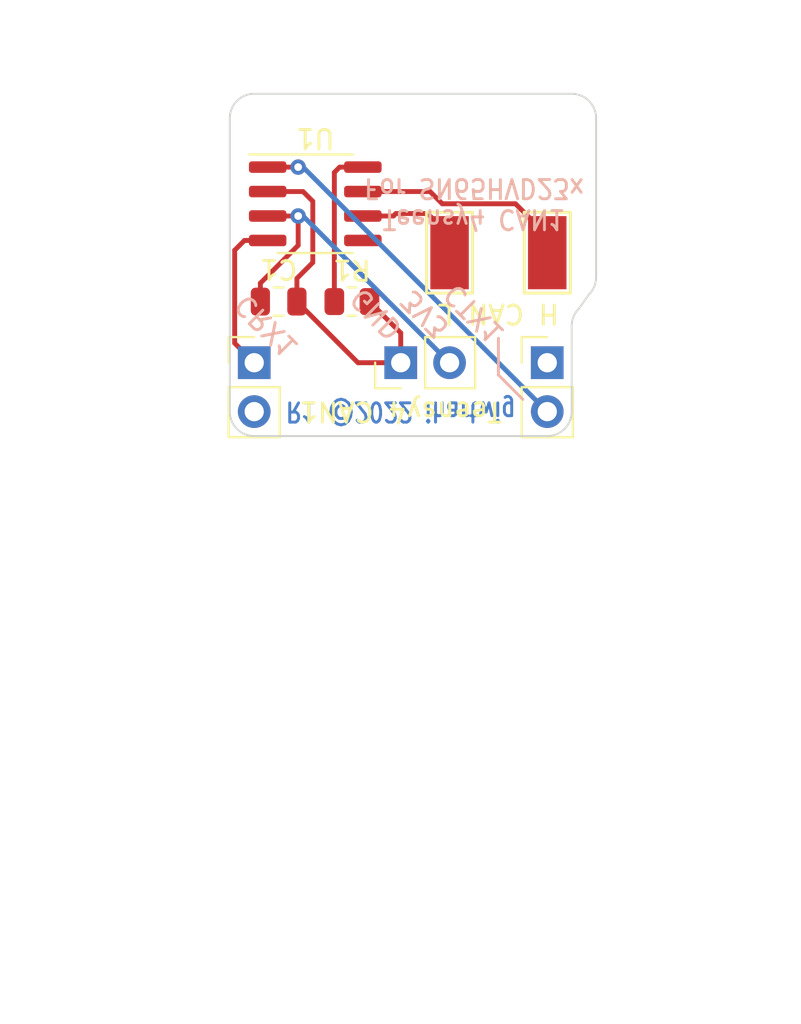
<source format=kicad_pcb>
(kicad_pcb (version 20211014) (generator pcbnew)
  (layers (0 "F.Cu" signal) (31 "B.Cu" signal) (34 "B.Paste" user) (35 "F.Paste" user) (36 "B.SilkS" user "B.Silkscreen") (37 "F.SilkS" user "F.Silkscreen") (38 "B.Mask" user) (39 "F.Mask" user) (44 "Edge.Cuts" user))
  (net 0 "")
  (footprint "Capacitor_SMD:C_0805_2012Metric" (layer "F.Cu") (at 147.32 73.025)
    (fp_text reference "C1" (at 0 -1.68 180 unlocked) (layer "F.SilkS"))
    (fp_text value "C_0805_2012Metric")
    (fp_line (start -0.261252 0.735) (end 0.261252 0.735) (layer "F.SilkS") (width 0.12))
    (fp_line (start -0.261252 -0.735) (end 0.261252 -0.735) (layer "F.SilkS") (width 0.12))
    (pad "1" smd roundrect (at -0.95 0) (size 1 1.45) (layers "F.Cu" "F.Paste" "F.Mask"))
    (pad "2" smd roundrect (at 0.95 0) (size 1 1.45) (layers "F.Cu" "F.Paste" "F.Mask"))
  )
  (footprint "MountingHole:MountingHole_2.2mm_M2" (layer "F.Cu") (at 158.75 64.135)
    (fp_text reference "REF**" hide)
    (fp_text value "MountingHole_2.2mm_M2")
    (pad "" np_thru_hole circle (at 0 0) (size 2.2 2.2) (drill 2.2) (layers *.Cu *.Mask))
  )
  (footprint "TestPoint:TestPoint_Keystone_5019_Minature" (layer "F.Cu") (at 161.29 70.485 90)
    (fp_text reference "REF**" hide)
    (fp_text value "TestPoint_Keystone_5019_Minature")
    (fp_line (start -2.1 -1.2) (end 2.1 -1.2) (layer "F.SilkS") (width 0.15))
    (fp_line (start 2.1 -1.2) (end 2.1 1.2) (layer "F.SilkS") (width 0.15))
    (fp_line (start -2.1 1.2) (end -2.1 -1.2) (layer "F.SilkS") (width 0.15))
    (fp_line (start 2.1 1.2) (end -2.1 1.2) (layer "F.SilkS") (width 0.15))
    (pad "1" smd rect (at 0 0 90) (size 3.8 2) (layers "F.Cu" "F.Paste" "F.Mask"))
  )
  (footprint "Connector_PinHeader_2.54mm:PinHeader_1x02_P2.54mm_Vertical" (layer "F.Cu") (at 161.29 76.2)
    (fp_text reference "REF**" hide)
    (fp_text value "PinHeader_1x02_P2.54mm_Vertical")
    (fp_line (start -1.33 -1.33) (end 0 -1.33) (layer "F.SilkS") (width 0.12))
    (fp_line (start -1.33 1.27) (end 1.33 1.27) (layer "F.SilkS") (width 0.12))
    (fp_line (start -1.33 0) (end -1.33 -1.33) (layer "F.SilkS") (width 0.12))
    (fp_line (start 1.33 1.27) (end 1.33 3.87) (layer "F.SilkS") (width 0.12))
    (fp_line (start -1.33 1.27) (end -1.33 3.87) (layer "F.SilkS") (width 0.12))
    (fp_line (start -1.33 3.87) (end 1.33 3.87) (layer "F.SilkS") (width 0.12))
    (pad "1" thru_hole rect (at 0 0) (size 1.7 1.7) (drill 1) (layers *.Cu *.Mask))
    (pad "2" thru_hole oval (at 0 2.54) (size 1.7 1.7) (drill 1) (layers *.Cu *.Mask))
  )
  (footprint "TestPoint:TestPoint_Keystone_5019_Minature" (layer "F.Cu") (at 156.21 70.485 90)
    (fp_text reference "REF**" hide)
    (fp_text value "TestPoint_Keystone_5019_Minature")
    (fp_line (start -2.1 1.2) (end -2.1 -1.2) (layer "F.SilkS") (width 0.15))
    (fp_line (start -2.1 -1.2) (end 2.1 -1.2) (layer "F.SilkS") (width 0.15))
    (fp_line (start 2.1 1.2) (end -2.1 1.2) (layer "F.SilkS") (width 0.15))
    (fp_line (start 2.1 -1.2) (end 2.1 1.2) (layer "F.SilkS") (width 0.15))
    (pad "1" smd rect (at 0 0 90) (size 3.8 2) (layers "F.Cu" "F.Paste" "F.Mask"))
  )
  (footprint "MountingHole:MountingHole_2.2mm_M2" (layer "F.Cu") (at 153.67 64.135)
    (fp_text reference "REF**" hide)
    (fp_text value "MountingHole_2.2mm_M2")
    (pad "" np_thru_hole circle (at 0 0) (size 2.2 2.2) (drill 2.2) (layers *.Cu *.Mask))
  )
  (footprint "MountingHole:MountingHole_2.2mm_M2" (layer "F.Cu") (at 161.29 65.405)
    (fp_text reference "REF**" hide)
    (fp_text value "MountingHole_2.2mm_M2")
    (pad "" np_thru_hole circle (at 0 0) (size 2.2 2.2) (drill 2.2) (layers *.Cu *.Mask))
  )
  (footprint "Package_SO:SOIC-8_3.9x4.9mm_P1.27mm" (layer "F.Cu") (at 149.225 67.945)
    (fp_text reference "U1" (at 0 -3.4 180 unlocked) (layer "F.SilkS"))
    (fp_text value "SOIC-8_3.9x4.9mm_P1.27mm")
    (fp_line (start 0 -2.56) (end -3.45 -2.56) (layer "F.SilkS") (width 0.12))
    (fp_line (start 0 2.56) (end 1.95 2.56) (layer "F.SilkS") (width 0.12))
    (fp_line (start 0 -2.56) (end 1.95 -2.56) (layer "F.SilkS") (width 0.12))
    (fp_line (start 0 2.56) (end -1.95 2.56) (layer "F.SilkS") (width 0.12))
    (pad "1" smd roundrect (at -2.475 -1.905) (size 1.95 0.6) (layers "F.Cu" "F.Paste" "F.Mask"))
    (pad "2" smd roundrect (at -2.475 -0.635) (size 1.95 0.6) (layers "F.Cu" "F.Paste" "F.Mask"))
    (pad "3" smd roundrect (at -2.475 0.635) (size 1.95 0.6) (layers "F.Cu" "F.Paste" "F.Mask"))
    (pad "4" smd roundrect (at -2.475 1.905) (size 1.95 0.6) (layers "F.Cu" "F.Paste" "F.Mask"))
    (pad "5" smd roundrect (at 2.475 1.905) (size 1.95 0.6) (layers "F.Cu" "F.Paste" "F.Mask"))
    (pad "6" smd roundrect (at 2.475 0.635) (size 1.95 0.6) (layers "F.Cu" "F.Paste" "F.Mask"))
    (pad "7" smd roundrect (at 2.475 -0.635) (size 1.95 0.6) (layers "F.Cu" "F.Paste" "F.Mask"))
    (pad "8" smd roundrect (at 2.475 -1.905) (size 1.95 0.6) (layers "F.Cu" "F.Paste" "F.Mask"))
  )
  (footprint "Connector_PinHeader_2.54mm:PinHeader_1x02_P2.54mm_Vertical" (layer "F.Cu") (at 153.67 76.2 90)
    (fp_text reference "REF**" hide)
    (fp_text value "PinHeader_1x02_P2.54mm_Vertical")
    (fp_line (start -1.33 0) (end -1.33 -1.33) (layer "F.SilkS") (width 0.12))
    (fp_line (start -1.33 1.27) (end 1.33 1.27) (layer "F.SilkS") (width 0.12))
    (fp_line (start 1.33 1.27) (end 1.33 3.87) (layer "F.SilkS") (width 0.12))
    (fp_line (start -1.33 3.87) (end 1.33 3.87) (layer "F.SilkS") (width 0.12))
    (fp_line (start -1.33 1.27) (end -1.33 3.87) (layer "F.SilkS") (width 0.12))
    (fp_line (start -1.33 -1.33) (end 0 -1.33) (layer "F.SilkS") (width 0.12))
    (pad "1" thru_hole rect (at 0 0 90) (size 1.7 1.7) (drill 1) (layers *.Cu *.Mask))
    (pad "2" thru_hole oval (at 0 2.54 90) (size 1.7 1.7) (drill 1) (layers *.Cu *.Mask))
  )
  (footprint "Connector_PinHeader_2.54mm:PinHeader_1x02_P2.54mm_Vertical" (layer "F.Cu") (at 146.05 76.2)
    (fp_text reference "REF**" hide)
    (fp_text value "PinHeader_1x02_P2.54mm_Vertical")
    (fp_line (start 1.33 1.27) (end 1.33 3.87) (layer "F.SilkS") (width 0.12))
    (fp_line (start -1.33 -1.33) (end 0 -1.33) (layer "F.SilkS") (width 0.12))
    (fp_line (start -1.33 1.27) (end -1.33 3.87) (layer "F.SilkS") (width 0.12))
    (fp_line (start -1.33 0) (end -1.33 -1.33) (layer "F.SilkS") (width 0.12))
    (fp_line (start -1.33 3.87) (end 1.33 3.87) (layer "F.SilkS") (width 0.12))
    (fp_line (start -1.33 1.27) (end 1.33 1.27) (layer "F.SilkS") (width 0.12))
    (pad "1" thru_hole rect (at 0 0) (size 1.7 1.7) (drill 1) (layers *.Cu *.Mask))
    (pad "2" thru_hole oval (at 0 2.54) (size 1.7 1.7) (drill 1) (layers *.Cu *.Mask))
  )
  (footprint "MountingHole:MountingHole_2.2mm_M2" (layer "F.Cu") (at 156.21 65.405)
    (fp_text reference "REF**" hide)
    (fp_text value "MountingHole_2.2mm_M2")
    (pad "" np_thru_hole circle (at 0 0) (size 2.2 2.2) (drill 2.2) (layers *.Cu *.Mask))
  )
  (footprint "Resistor_SMD:R_0805_2012Metric" (layer "F.Cu") (at 151.13 73.025)
    (fp_text reference "R1" (at 0 -1.65 180 unlocked) (layer "F.SilkS"))
    (fp_text value "R_0805_2012Metric")
    (fp_line (start -0.227064 0.735) (end 0.227064 0.735) (layer "F.SilkS") (width 0.12))
    (fp_line (start -0.227064 -0.735) (end 0.227064 -0.735) (layer "F.SilkS") (width 0.12))
    (pad "1" smd roundrect (at -0.9125 0) (size 1.025 1.4) (layers "F.Cu" "F.Paste" "F.Mask") (roundrect_rratio 0.243902439))
    (pad "2" smd roundrect (at 0.9125 0) (size 1.025 1.4) (layers "F.Cu" "F.Paste" "F.Mask") (roundrect_rratio 0.243902439))
  )
  (gr_line (start 158.75 76.835) (end 160.02 78.105) (layer "B.SilkS") (width 0.15))
  (gr_line (start 158.75 74.93) (end 158.75 76.835) (layer "B.SilkS") (width 0.15))
  (gr_line (start 162.56 78.74) (end 162.56 74.295) (layer "Edge.Cuts") (width 0.1))
  (gr_arc (start 162.56 74.295) (mid 162.656673 73.808992) (end 162.931974 73.396974) (layer "Edge.Cuts") (width 0.1))
  (gr_line (start 162.931974 73.396974) (end 163.458026 72.653026) (layer "Edge.Cuts") (width 0.1))
  (gr_line (start 163.83 71.755) (end 163.83 63.5) (layer "Edge.Cuts") (width 0.1))
  (gr_arc (start 162.56 78.74) (mid 162.188026 79.638026) (end 161.29 80.01) (layer "Edge.Cuts") (width 0.1))
  (gr_arc (start 146.05 80.01) (mid 145.151974 79.638026) (end 144.78 78.74) (layer "Edge.Cuts") (width 0.1))
  (gr_arc (start 144.78 63.5) (mid 145.151974 62.601974) (end 146.05 62.23) (layer "Edge.Cuts") (width 0.1))
  (gr_line (start 144.78 78.74) (end 144.78 63.5) (layer "Edge.Cuts") (width 0.1))
  (gr_arc (start 162.56 62.23) (mid 163.458026 62.601974) (end 163.83 63.5) (layer "Edge.Cuts") (width 0.1))
  (gr_line (start 161.29 80.01) (end 146.05 80.01) (layer "Edge.Cuts") (width 0.1))
  (gr_line (start 146.05 62.23) (end 162.56 62.23) (layer "Edge.Cuts") (width 0.1))
  (gr_arc (start 163.83 71.755) (mid 163.733327 72.241008) (end 163.458026 72.653026) (layer "Edge.Cuts") (width 0.1))
  (gr_text "R1 ©2022 ihartwig" (at 153.67 78.74 180) (layer "B.Cu") (effects (font (size 1 0.8) (thickness 0.1524)) (justify mirror)))
  (gr_text "CRX1" (at 146.685 74.295 135) (layer "B.SilkS") (effects (font (size 1 1)) (justify mirror)))
  (gr_text "GND" (at 152.4 73.66 135) (layer "B.SilkS") (effects (font (size 1 1)) (justify mirror)))
  (gr_text "Teensy4 CAN1\nFor SN65HVD23x" (at 157.48 67.945 180) (layer "B.SilkS") (effects (font (size 1 0.9)) (justify mirror)))
  (gr_text "3V3" (at 154.94 73.66 135) (layer "B.SilkS") (effects (font (size 1 1)) (justify mirror)))
  (gr_text "CTX1" (at 157.48 73.66 135) (layer "B.SilkS") (effects (font (size 1 1)) (justify mirror)))
  (gr_text "Teensy4 CAN1" (at 153.67 78.74 180) (layer "F.SilkS") (effects (font (size 1 1))))
  (gr_text "H CAN L" (at 158.75 73.66 180) (layer "F.SilkS") (effects (font (size 1 1))))
  (segment (start 156.21 69.596) (end 155.067 68.453) (width 0.254) (layer "F.Cu") (net 0))
  (segment (start 155.194 67.31) (end 151.7 67.31) (width 0.254) (layer "F.Cu") (net 0))
  (segment (start 145.034 70.358) (end 145.542 69.85) (width 0.254) (layer "F.Cu") (net 0))
  (segment (start 151.445 76.2) (end 153.67 76.2) (width 0.254) (layer "F.Cu") (net 0))
  (segment (start 150.495 66.04) (end 151.7 66.04) (width 0.254) (layer "F.Cu") (net 0))
  (segment (start 146.37 72.07) (end 148.336 70.104) (width 0.254) (layer "F.Cu") (net 0))
  (segment (start 148.336 66.04) (end 146.75 66.04) (width 0.254) (layer "F.Cu") (net 0))
  (segment (start 145.542 69.85) (end 146.75 69.85) (width 0.254) (layer "F.Cu") (net 0))
  (segment (start 155.829 67.945) (end 155.194 67.31) (width 0.254) (layer "F.Cu") (net 0))
  (segment (start 153.416 68.453) (end 153.289 68.58) (width 0.254) (layer "F.Cu") (net 0))
  (segment (start 145.034 75.184) (end 145.034 70.358) (width 0.254) (layer "F.Cu") (net 0))
  (segment (start 155.067 68.453) (end 153.416 68.453) (width 0.254) (layer "F.Cu") (net 0))
  (segment (start 150.2175 73.025) (end 150.2175 66.3175) (width 0.254) (layer "F.Cu") (net 0))
  (segment (start 156.21 70.485) (end 156.21 69.596) (width 0.254) (layer "F.Cu") (net 0))
  (segment (start 146.75 67.31) (end 148.59 67.31) (width 0.254) (layer "F.Cu") (net 0))
  (segment (start 159.639 67.945) (end 155.829 67.945) (width 0.254) (layer "F.Cu") (net 0))
  (segment (start 161.29 70.485) (end 161.29 69.596) (width 0.254) (layer "F.Cu") (net 0))
  (segment (start 146.37 73.025) (end 146.37 72.07) (width 0.254) (layer "F.Cu") (net 0))
  (segment (start 148.27 73.025) (end 151.445 76.2) (width 0.254) (layer "F.Cu") (net 0))
  (segment (start 161.29 69.596) (end 159.639 67.945) (width 0.254) (layer "F.Cu") (net 0))
  (segment (start 152.0425 73.025) (end 153.67 74.6525) (width 0.254) (layer "F.Cu") (net 0))
  (segment (start 153.289 68.58) (end 151.7 68.58) (width 0.254) (layer "F.Cu") (net 0))
  (segment (start 146.05 76.2) (end 145.034 75.184) (width 0.254) (layer "F.Cu") (net 0))
  (segment (start 148.336 70.104) (end 148.336 68.58) (width 0.254) (layer "F.Cu") (net 0))
  (segment (start 149.098 70.993) (end 148.27 71.821) (width 0.254) (layer "F.Cu") (net 0))
  (segment (start 150.2175 66.3175) (end 150.495 66.04) (width 0.254) (layer "F.Cu") (net 0))
  (segment (start 148.27 71.821) (end 148.27 73.025) (width 0.254) (layer "F.Cu") (net 0))
  (segment (start 153.67 74.6525) (end 153.67 76.2) (width 0.254) (layer "F.Cu") (net 0))
  (segment (start 148.59 67.31) (end 149.098 67.818) (width 0.254) (layer "F.Cu") (net 0))
  (segment (start 149.098 67.818) (end 149.098 70.993) (width 0.254) (layer "F.Cu") (net 0))
  (segment (start 146.75 68.58) (end 148.336 68.58) (width 0.254) (layer "F.Cu") (net 0))
  (via (at 148.336 66.04) (size 0.8) (drill 0.4) (layers "F.Cu" "B.Cu") (net 0))
  (via (at 148.336 68.58) (size 0.8) (drill 0.4) (layers "F.Cu" "B.Cu") (net 0))
  (segment (start 161.29 78.74) (end 148.59 66.04) (width 0.254) (layer "B.Cu") (net 0))
  (segment (start 148.59 68.58) (end 156.21 76.2) (width 0.254) (layer "B.Cu") (net 0))
  (segment (start 148.59 66.04) (end 148.336 66.04) (width 0.254) (layer "B.Cu") (net 0))
  (segment (start 148.336 68.58) (end 148.59 68.58) (width 0.254) (layer "B.Cu") (net 0))
)
</source>
